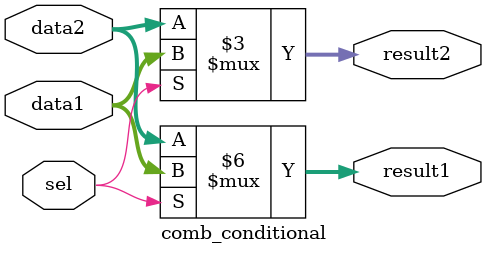
<source format=sv>
module comb_conditional (
    output bit [7:0] result1,
    output bit [7:0] result2,
    input bit sel,
    input bit [7:0] data1,
    input bit [7:0] data2
);
    always @* begin
    if (sel) begin
      result1 = data1;
      result2 = data1;
    end else begin
      result1 = data2;
      result2 = data2;
    end
      end
endmodule


</source>
